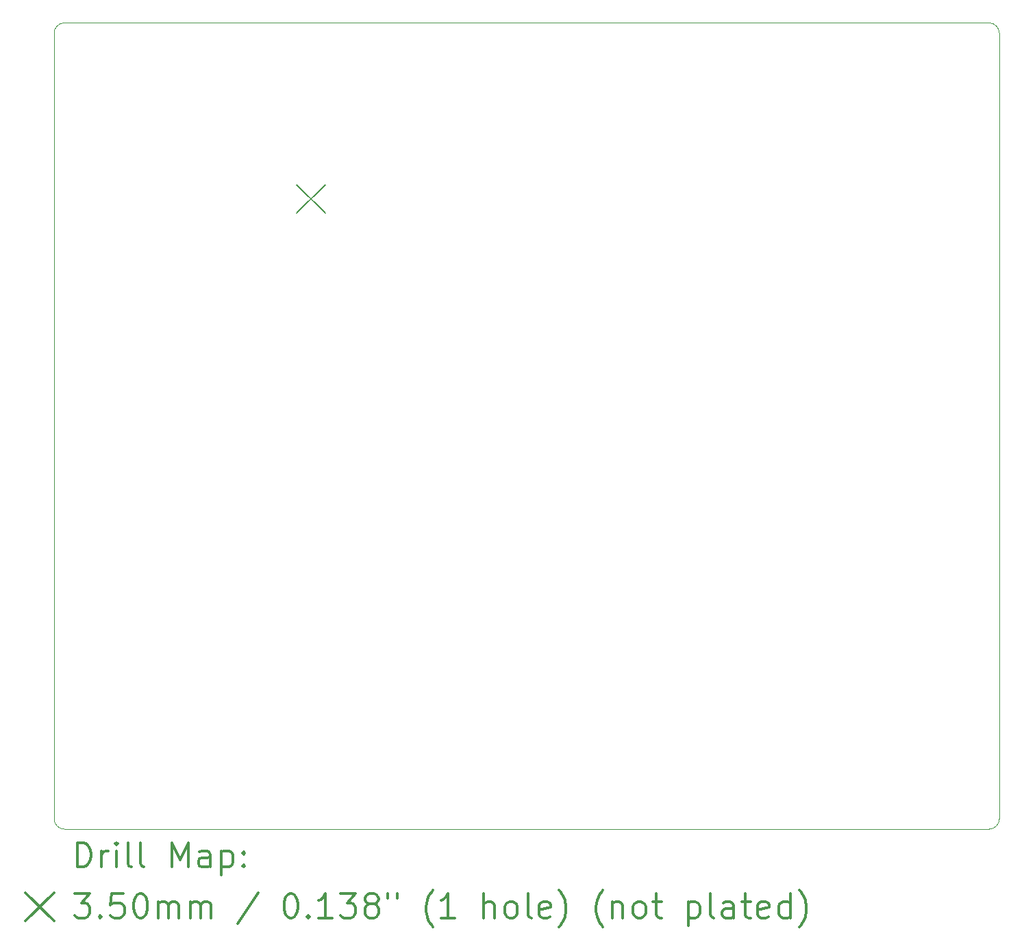
<source format=gbr>
%FSLAX45Y45*%
G04 Gerber Fmt 4.5, Leading zero omitted, Abs format (unit mm)*
G04 Created by KiCad (PCBNEW 5.1.9+dfsg1-1) date 2021-08-01 20:01:58*
%MOMM*%
%LPD*%
G01*
G04 APERTURE LIST*
%TA.AperFunction,Profile*%
%ADD10C,0.050000*%
%TD*%
%ADD11C,0.200000*%
%ADD12C,0.300000*%
G04 APERTURE END LIST*
D10*
X7747000Y-7175500D02*
G75*
G02*
X7874000Y-7048500I127000J0D01*
G01*
X7874000Y-17018000D02*
G75*
G02*
X7747000Y-16891000I0J127000D01*
G01*
X19431000Y-16891000D02*
G75*
G02*
X19304000Y-17018000I-127000J0D01*
G01*
X19304000Y-7048500D02*
G75*
G02*
X19431000Y-7175500I0J-127000D01*
G01*
X7747000Y-16891000D02*
X7747000Y-7175500D01*
X19304000Y-17018000D02*
X7874000Y-17018000D01*
X19431000Y-7175500D02*
X19431000Y-16891000D01*
X7874000Y-7048500D02*
X19304000Y-7048500D01*
D11*
X10747000Y-9047500D02*
X11097000Y-9397500D01*
X11097000Y-9047500D02*
X10747000Y-9397500D01*
D12*
X8030928Y-17486214D02*
X8030928Y-17186214D01*
X8102357Y-17186214D01*
X8145214Y-17200500D01*
X8173786Y-17229072D01*
X8188071Y-17257643D01*
X8202357Y-17314786D01*
X8202357Y-17357643D01*
X8188071Y-17414786D01*
X8173786Y-17443357D01*
X8145214Y-17471929D01*
X8102357Y-17486214D01*
X8030928Y-17486214D01*
X8330928Y-17486214D02*
X8330928Y-17286214D01*
X8330928Y-17343357D02*
X8345214Y-17314786D01*
X8359500Y-17300500D01*
X8388071Y-17286214D01*
X8416643Y-17286214D01*
X8516643Y-17486214D02*
X8516643Y-17286214D01*
X8516643Y-17186214D02*
X8502357Y-17200500D01*
X8516643Y-17214786D01*
X8530928Y-17200500D01*
X8516643Y-17186214D01*
X8516643Y-17214786D01*
X8702357Y-17486214D02*
X8673786Y-17471929D01*
X8659500Y-17443357D01*
X8659500Y-17186214D01*
X8859500Y-17486214D02*
X8830928Y-17471929D01*
X8816643Y-17443357D01*
X8816643Y-17186214D01*
X9202357Y-17486214D02*
X9202357Y-17186214D01*
X9302357Y-17400500D01*
X9402357Y-17186214D01*
X9402357Y-17486214D01*
X9673786Y-17486214D02*
X9673786Y-17329072D01*
X9659500Y-17300500D01*
X9630928Y-17286214D01*
X9573786Y-17286214D01*
X9545214Y-17300500D01*
X9673786Y-17471929D02*
X9645214Y-17486214D01*
X9573786Y-17486214D01*
X9545214Y-17471929D01*
X9530928Y-17443357D01*
X9530928Y-17414786D01*
X9545214Y-17386214D01*
X9573786Y-17371929D01*
X9645214Y-17371929D01*
X9673786Y-17357643D01*
X9816643Y-17286214D02*
X9816643Y-17586214D01*
X9816643Y-17300500D02*
X9845214Y-17286214D01*
X9902357Y-17286214D01*
X9930928Y-17300500D01*
X9945214Y-17314786D01*
X9959500Y-17343357D01*
X9959500Y-17429072D01*
X9945214Y-17457643D01*
X9930928Y-17471929D01*
X9902357Y-17486214D01*
X9845214Y-17486214D01*
X9816643Y-17471929D01*
X10088071Y-17457643D02*
X10102357Y-17471929D01*
X10088071Y-17486214D01*
X10073786Y-17471929D01*
X10088071Y-17457643D01*
X10088071Y-17486214D01*
X10088071Y-17300500D02*
X10102357Y-17314786D01*
X10088071Y-17329072D01*
X10073786Y-17314786D01*
X10088071Y-17300500D01*
X10088071Y-17329072D01*
X7394500Y-17805500D02*
X7744500Y-18155500D01*
X7744500Y-17805500D02*
X7394500Y-18155500D01*
X8002357Y-17816214D02*
X8188071Y-17816214D01*
X8088071Y-17930500D01*
X8130928Y-17930500D01*
X8159500Y-17944786D01*
X8173786Y-17959072D01*
X8188071Y-17987643D01*
X8188071Y-18059072D01*
X8173786Y-18087643D01*
X8159500Y-18101929D01*
X8130928Y-18116214D01*
X8045214Y-18116214D01*
X8016643Y-18101929D01*
X8002357Y-18087643D01*
X8316643Y-18087643D02*
X8330928Y-18101929D01*
X8316643Y-18116214D01*
X8302357Y-18101929D01*
X8316643Y-18087643D01*
X8316643Y-18116214D01*
X8602357Y-17816214D02*
X8459500Y-17816214D01*
X8445214Y-17959072D01*
X8459500Y-17944786D01*
X8488071Y-17930500D01*
X8559500Y-17930500D01*
X8588071Y-17944786D01*
X8602357Y-17959072D01*
X8616643Y-17987643D01*
X8616643Y-18059072D01*
X8602357Y-18087643D01*
X8588071Y-18101929D01*
X8559500Y-18116214D01*
X8488071Y-18116214D01*
X8459500Y-18101929D01*
X8445214Y-18087643D01*
X8802357Y-17816214D02*
X8830928Y-17816214D01*
X8859500Y-17830500D01*
X8873786Y-17844786D01*
X8888071Y-17873357D01*
X8902357Y-17930500D01*
X8902357Y-18001929D01*
X8888071Y-18059072D01*
X8873786Y-18087643D01*
X8859500Y-18101929D01*
X8830928Y-18116214D01*
X8802357Y-18116214D01*
X8773786Y-18101929D01*
X8759500Y-18087643D01*
X8745214Y-18059072D01*
X8730928Y-18001929D01*
X8730928Y-17930500D01*
X8745214Y-17873357D01*
X8759500Y-17844786D01*
X8773786Y-17830500D01*
X8802357Y-17816214D01*
X9030928Y-18116214D02*
X9030928Y-17916214D01*
X9030928Y-17944786D02*
X9045214Y-17930500D01*
X9073786Y-17916214D01*
X9116643Y-17916214D01*
X9145214Y-17930500D01*
X9159500Y-17959072D01*
X9159500Y-18116214D01*
X9159500Y-17959072D02*
X9173786Y-17930500D01*
X9202357Y-17916214D01*
X9245214Y-17916214D01*
X9273786Y-17930500D01*
X9288071Y-17959072D01*
X9288071Y-18116214D01*
X9430928Y-18116214D02*
X9430928Y-17916214D01*
X9430928Y-17944786D02*
X9445214Y-17930500D01*
X9473786Y-17916214D01*
X9516643Y-17916214D01*
X9545214Y-17930500D01*
X9559500Y-17959072D01*
X9559500Y-18116214D01*
X9559500Y-17959072D02*
X9573786Y-17930500D01*
X9602357Y-17916214D01*
X9645214Y-17916214D01*
X9673786Y-17930500D01*
X9688071Y-17959072D01*
X9688071Y-18116214D01*
X10273786Y-17801929D02*
X10016643Y-18187643D01*
X10659500Y-17816214D02*
X10688071Y-17816214D01*
X10716643Y-17830500D01*
X10730928Y-17844786D01*
X10745214Y-17873357D01*
X10759500Y-17930500D01*
X10759500Y-18001929D01*
X10745214Y-18059072D01*
X10730928Y-18087643D01*
X10716643Y-18101929D01*
X10688071Y-18116214D01*
X10659500Y-18116214D01*
X10630928Y-18101929D01*
X10616643Y-18087643D01*
X10602357Y-18059072D01*
X10588071Y-18001929D01*
X10588071Y-17930500D01*
X10602357Y-17873357D01*
X10616643Y-17844786D01*
X10630928Y-17830500D01*
X10659500Y-17816214D01*
X10888071Y-18087643D02*
X10902357Y-18101929D01*
X10888071Y-18116214D01*
X10873786Y-18101929D01*
X10888071Y-18087643D01*
X10888071Y-18116214D01*
X11188071Y-18116214D02*
X11016643Y-18116214D01*
X11102357Y-18116214D02*
X11102357Y-17816214D01*
X11073786Y-17859072D01*
X11045214Y-17887643D01*
X11016643Y-17901929D01*
X11288071Y-17816214D02*
X11473786Y-17816214D01*
X11373786Y-17930500D01*
X11416643Y-17930500D01*
X11445214Y-17944786D01*
X11459500Y-17959072D01*
X11473786Y-17987643D01*
X11473786Y-18059072D01*
X11459500Y-18087643D01*
X11445214Y-18101929D01*
X11416643Y-18116214D01*
X11330928Y-18116214D01*
X11302357Y-18101929D01*
X11288071Y-18087643D01*
X11645214Y-17944786D02*
X11616643Y-17930500D01*
X11602357Y-17916214D01*
X11588071Y-17887643D01*
X11588071Y-17873357D01*
X11602357Y-17844786D01*
X11616643Y-17830500D01*
X11645214Y-17816214D01*
X11702357Y-17816214D01*
X11730928Y-17830500D01*
X11745214Y-17844786D01*
X11759500Y-17873357D01*
X11759500Y-17887643D01*
X11745214Y-17916214D01*
X11730928Y-17930500D01*
X11702357Y-17944786D01*
X11645214Y-17944786D01*
X11616643Y-17959072D01*
X11602357Y-17973357D01*
X11588071Y-18001929D01*
X11588071Y-18059072D01*
X11602357Y-18087643D01*
X11616643Y-18101929D01*
X11645214Y-18116214D01*
X11702357Y-18116214D01*
X11730928Y-18101929D01*
X11745214Y-18087643D01*
X11759500Y-18059072D01*
X11759500Y-18001929D01*
X11745214Y-17973357D01*
X11730928Y-17959072D01*
X11702357Y-17944786D01*
X11873786Y-17816214D02*
X11873786Y-17873357D01*
X11988071Y-17816214D02*
X11988071Y-17873357D01*
X12430928Y-18230500D02*
X12416643Y-18216214D01*
X12388071Y-18173357D01*
X12373786Y-18144786D01*
X12359500Y-18101929D01*
X12345214Y-18030500D01*
X12345214Y-17973357D01*
X12359500Y-17901929D01*
X12373786Y-17859072D01*
X12388071Y-17830500D01*
X12416643Y-17787643D01*
X12430928Y-17773357D01*
X12702357Y-18116214D02*
X12530928Y-18116214D01*
X12616643Y-18116214D02*
X12616643Y-17816214D01*
X12588071Y-17859072D01*
X12559500Y-17887643D01*
X12530928Y-17901929D01*
X13059500Y-18116214D02*
X13059500Y-17816214D01*
X13188071Y-18116214D02*
X13188071Y-17959072D01*
X13173786Y-17930500D01*
X13145214Y-17916214D01*
X13102357Y-17916214D01*
X13073786Y-17930500D01*
X13059500Y-17944786D01*
X13373786Y-18116214D02*
X13345214Y-18101929D01*
X13330928Y-18087643D01*
X13316643Y-18059072D01*
X13316643Y-17973357D01*
X13330928Y-17944786D01*
X13345214Y-17930500D01*
X13373786Y-17916214D01*
X13416643Y-17916214D01*
X13445214Y-17930500D01*
X13459500Y-17944786D01*
X13473786Y-17973357D01*
X13473786Y-18059072D01*
X13459500Y-18087643D01*
X13445214Y-18101929D01*
X13416643Y-18116214D01*
X13373786Y-18116214D01*
X13645214Y-18116214D02*
X13616643Y-18101929D01*
X13602357Y-18073357D01*
X13602357Y-17816214D01*
X13873786Y-18101929D02*
X13845214Y-18116214D01*
X13788071Y-18116214D01*
X13759500Y-18101929D01*
X13745214Y-18073357D01*
X13745214Y-17959072D01*
X13759500Y-17930500D01*
X13788071Y-17916214D01*
X13845214Y-17916214D01*
X13873786Y-17930500D01*
X13888071Y-17959072D01*
X13888071Y-17987643D01*
X13745214Y-18016214D01*
X13988071Y-18230500D02*
X14002357Y-18216214D01*
X14030928Y-18173357D01*
X14045214Y-18144786D01*
X14059500Y-18101929D01*
X14073786Y-18030500D01*
X14073786Y-17973357D01*
X14059500Y-17901929D01*
X14045214Y-17859072D01*
X14030928Y-17830500D01*
X14002357Y-17787643D01*
X13988071Y-17773357D01*
X14530928Y-18230500D02*
X14516643Y-18216214D01*
X14488071Y-18173357D01*
X14473786Y-18144786D01*
X14459500Y-18101929D01*
X14445214Y-18030500D01*
X14445214Y-17973357D01*
X14459500Y-17901929D01*
X14473786Y-17859072D01*
X14488071Y-17830500D01*
X14516643Y-17787643D01*
X14530928Y-17773357D01*
X14645214Y-17916214D02*
X14645214Y-18116214D01*
X14645214Y-17944786D02*
X14659500Y-17930500D01*
X14688071Y-17916214D01*
X14730928Y-17916214D01*
X14759500Y-17930500D01*
X14773786Y-17959072D01*
X14773786Y-18116214D01*
X14959500Y-18116214D02*
X14930928Y-18101929D01*
X14916643Y-18087643D01*
X14902357Y-18059072D01*
X14902357Y-17973357D01*
X14916643Y-17944786D01*
X14930928Y-17930500D01*
X14959500Y-17916214D01*
X15002357Y-17916214D01*
X15030928Y-17930500D01*
X15045214Y-17944786D01*
X15059500Y-17973357D01*
X15059500Y-18059072D01*
X15045214Y-18087643D01*
X15030928Y-18101929D01*
X15002357Y-18116214D01*
X14959500Y-18116214D01*
X15145214Y-17916214D02*
X15259500Y-17916214D01*
X15188071Y-17816214D02*
X15188071Y-18073357D01*
X15202357Y-18101929D01*
X15230928Y-18116214D01*
X15259500Y-18116214D01*
X15588071Y-17916214D02*
X15588071Y-18216214D01*
X15588071Y-17930500D02*
X15616643Y-17916214D01*
X15673786Y-17916214D01*
X15702357Y-17930500D01*
X15716643Y-17944786D01*
X15730928Y-17973357D01*
X15730928Y-18059072D01*
X15716643Y-18087643D01*
X15702357Y-18101929D01*
X15673786Y-18116214D01*
X15616643Y-18116214D01*
X15588071Y-18101929D01*
X15902357Y-18116214D02*
X15873786Y-18101929D01*
X15859500Y-18073357D01*
X15859500Y-17816214D01*
X16145214Y-18116214D02*
X16145214Y-17959072D01*
X16130928Y-17930500D01*
X16102357Y-17916214D01*
X16045214Y-17916214D01*
X16016643Y-17930500D01*
X16145214Y-18101929D02*
X16116643Y-18116214D01*
X16045214Y-18116214D01*
X16016643Y-18101929D01*
X16002357Y-18073357D01*
X16002357Y-18044786D01*
X16016643Y-18016214D01*
X16045214Y-18001929D01*
X16116643Y-18001929D01*
X16145214Y-17987643D01*
X16245214Y-17916214D02*
X16359500Y-17916214D01*
X16288071Y-17816214D02*
X16288071Y-18073357D01*
X16302357Y-18101929D01*
X16330928Y-18116214D01*
X16359500Y-18116214D01*
X16573786Y-18101929D02*
X16545214Y-18116214D01*
X16488071Y-18116214D01*
X16459500Y-18101929D01*
X16445214Y-18073357D01*
X16445214Y-17959072D01*
X16459500Y-17930500D01*
X16488071Y-17916214D01*
X16545214Y-17916214D01*
X16573786Y-17930500D01*
X16588071Y-17959072D01*
X16588071Y-17987643D01*
X16445214Y-18016214D01*
X16845214Y-18116214D02*
X16845214Y-17816214D01*
X16845214Y-18101929D02*
X16816643Y-18116214D01*
X16759500Y-18116214D01*
X16730928Y-18101929D01*
X16716643Y-18087643D01*
X16702357Y-18059072D01*
X16702357Y-17973357D01*
X16716643Y-17944786D01*
X16730928Y-17930500D01*
X16759500Y-17916214D01*
X16816643Y-17916214D01*
X16845214Y-17930500D01*
X16959500Y-18230500D02*
X16973786Y-18216214D01*
X17002357Y-18173357D01*
X17016643Y-18144786D01*
X17030928Y-18101929D01*
X17045214Y-18030500D01*
X17045214Y-17973357D01*
X17030928Y-17901929D01*
X17016643Y-17859072D01*
X17002357Y-17830500D01*
X16973786Y-17787643D01*
X16959500Y-17773357D01*
M02*

</source>
